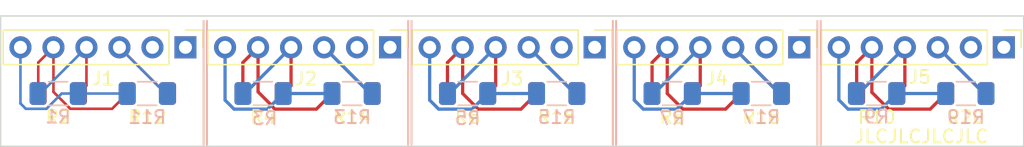
<source format=kicad_pcb>
(kicad_pcb (version 20211014) (generator pcbnew)
  (layers (0 "F.Cu" signal) (31 "B.Cu" signal) (34 "B.Paste" user) (35 "F.Paste" user) (36 "B.SilkS" user "B.Silkscreen") (37 "F.SilkS" user "F.Silkscreen") (38 "B.Mask" user) (39 "F.Mask" user) (44 "Edge.Cuts" user))
  (net 0 "")
  (net 3 "/A+")
  (net 4 "/A-")
  (net 5 "/E-")
  (net 8 "Net-(J2-Pad3)")
  (net 9 "Net-(J2-Pad4)")
  (net 10 "Net-(J2-Pad5)")
  (net 13 "Net-(J3-Pad3)")
  (net 14 "Net-(J3-Pad4)")
  (net 15 "Net-(J3-Pad5)")
  (net 18 "Net-(J4-Pad3)")
  (net 19 "Net-(J4-Pad4)")
  (net 20 "Net-(J4-Pad5)")
  (net 21 "/E+")
  (net 22 "Net-(J2-Pad6)")
  (net 23 "Net-(J3-Pad6)")
  (net 24 "Net-(J4-Pad6)")
  (net 27 "Net-(J5-Pad3)")
  (net 28 "Net-(J5-Pad4)")
  (net 29 "Net-(J5-Pad5)")
  (net 30 "Net-(J5-Pad6)")
  (footprint "Resistor_SMD:R_1206_3216Metric_Pad1.30x1.75mm_HandSolder" (layer "F.Cu") (at 125.095 92.456 180)
    (fp_text reference "R8" (at 0 -1.82) (layer "F.SilkS"))
    (fp_text value "120")
    (fp_line (start -0.727064 0.91) (end 0.727064 0.91) (layer "F.SilkS") (width 0.12))
    (fp_line (start -0.727064 -0.91) (end 0.727064 -0.91) (layer "F.SilkS") (width 0.12))
    (pad "1" smd roundrect (at -1.55 0 180) (size 1.3 1.75) (layers "F.Cu" "F.Paste" "F.Mask") (roundrect_rratio 0.1923076923) (net 19 "Net-(J4-Pad4)"))
    (pad "2" smd roundrect (at 1.55 0 180) (size 1.3 1.75) (layers "F.Cu" "F.Paste" "F.Mask") (roundrect_rratio 0.1923076923) (net 20 "Net-(J4-Pad5)"))
  )
  (footprint "My:PinHeader_1x06_P2.54mm_Vertical" (layer "F.Cu") (at 134.874 88.9 -90)
    (fp_text reference "J4" (at 2.413 6.35) (layer "F.SilkS"))
    (fp_text value "gage")
    (fp_line (start -1.33 14.03) (end 1.33 14.03) (layer "F.SilkS") (width 0.12))
    (fp_line (start -1.33 -1.33) (end 0 -1.33) (layer "F.SilkS") (width 0.12))
    (fp_line (start -1.33 1.27) (end -1.33 14.03) (layer "F.SilkS") (width 0.12))
    (fp_line (start -1.33 1.27) (end 1.33 1.27) (layer "F.SilkS") (width 0.12))
    (fp_line (start 1.33 1.27) (end 1.33 14.03) (layer "F.SilkS") (width 0.12))
    (fp_line (start -1.33 0) (end -1.33 -1.33) (layer "F.SilkS") (width 0.12))
    (pad "1" thru_hole rect (at 0 0 270) (size 1.7 1.7) (drill 1) (layers *.Cu *.Mask))
    (pad "2" thru_hole oval (at 0 2.54 270) (size 1.7 1.7) (drill 1) (layers *.Cu *.Mask))
    (pad "3" thru_hole oval (at 0 5.08 270) (size 1.7 1.7) (drill 1) (layers *.Cu *.Mask) (net 18 "Net-(J4-Pad3)"))
    (pad "4" thru_hole oval (at 0 7.62 270) (size 1.7 1.7) (drill 1) (layers *.Cu *.Mask) (net 19 "Net-(J4-Pad4)"))
    (pad "5" thru_hole oval (at 0 10.16 270) (size 1.7 1.7) (drill 1) (layers *.Cu *.Mask) (net 20 "Net-(J4-Pad5)"))
    (pad "6" thru_hole oval (at 0 12.7 270) (size 1.7 1.7) (drill 1) (layers *.Cu *.Mask) (net 24 "Net-(J4-Pad6)"))
  )
  (footprint "Resistor_SMD:R_1206_3216Metric_Pad1.30x1.75mm_HandSolder" (layer "F.Cu") (at 77.851 92.456 180)
    (fp_text reference "R2" (at 0 -1.82) (layer "F.SilkS"))
    (fp_text value "120")
    (fp_line (start -0.727064 -0.91) (end 0.727064 -0.91) (layer "F.SilkS") (width 0.12))
    (fp_line (start -0.727064 0.91) (end 0.727064 0.91) (layer "F.SilkS") (width 0.12))
    (pad "1" smd roundrect (at -1.55 0 180) (size 1.3 1.75) (layers "F.Cu" "F.Paste" "F.Mask") (roundrect_rratio 0.1923076923) (net 4 "/A-"))
    (pad "2" smd roundrect (at 1.55 0 180) (size 1.3 1.75) (layers "F.Cu" "F.Paste" "F.Mask") (roundrect_rratio 0.1923076923) (net 5 "/E-"))
  )
  (footprint "Resistor_SMD:R_1206_3216Metric_Pad1.30x1.75mm_HandSolder" (layer "F.Cu") (at 109.347 92.456 180)
    (fp_text reference "R6" (at 0 -1.82) (layer "F.SilkS"))
    (fp_text value "120")
    (fp_line (start -0.727064 -0.91) (end 0.727064 -0.91) (layer "F.SilkS") (width 0.12))
    (fp_line (start -0.727064 0.91) (end 0.727064 0.91) (layer "F.SilkS") (width 0.12))
    (pad "1" smd roundrect (at -1.55 0 180) (size 1.3 1.75) (layers "F.Cu" "F.Paste" "F.Mask") (roundrect_rratio 0.1923076923) (net 14 "Net-(J3-Pad4)"))
    (pad "2" smd roundrect (at 1.55 0 180) (size 1.3 1.75) (layers "F.Cu" "F.Paste" "F.Mask") (roundrect_rratio 0.1923076923) (net 15 "Net-(J3-Pad5)"))
  )
  (footprint "My:PinHeader_1x06_P2.54mm_Vertical" (layer "F.Cu") (at 150.622 88.9 -90)
    (fp_text reference "J5" (at 2.286 6.477) (layer "F.SilkS"))
    (fp_text value "gage")
    (fp_line (start -1.33 14.03) (end 1.33 14.03) (layer "F.SilkS") (width 0.12))
    (fp_line (start -1.33 -1.33) (end 0 -1.33) (layer "F.SilkS") (width 0.12))
    (fp_line (start 1.33 1.27) (end 1.33 14.03) (layer "F.SilkS") (width 0.12))
    (fp_line (start -1.33 1.27) (end -1.33 14.03) (layer "F.SilkS") (width 0.12))
    (fp_line (start -1.33 1.27) (end 1.33 1.27) (layer "F.SilkS") (width 0.12))
    (fp_line (start -1.33 0) (end -1.33 -1.33) (layer "F.SilkS") (width 0.12))
    (pad "1" thru_hole rect (at 0 0 270) (size 1.7 1.7) (drill 1) (layers *.Cu *.Mask))
    (pad "2" thru_hole oval (at 0 2.54 270) (size 1.7 1.7) (drill 1) (layers *.Cu *.Mask))
    (pad "3" thru_hole oval (at 0 5.08 270) (size 1.7 1.7) (drill 1) (layers *.Cu *.Mask) (net 27 "Net-(J5-Pad3)"))
    (pad "4" thru_hole oval (at 0 7.62 270) (size 1.7 1.7) (drill 1) (layers *.Cu *.Mask) (net 28 "Net-(J5-Pad4)"))
    (pad "5" thru_hole oval (at 0 10.16 270) (size 1.7 1.7) (drill 1) (layers *.Cu *.Mask) (net 29 "Net-(J5-Pad5)"))
    (pad "6" thru_hole oval (at 0 12.7 270) (size 1.7 1.7) (drill 1) (layers *.Cu *.Mask) (net 30 "Net-(J5-Pad6)"))
  )
  (footprint "Resistor_SMD:R_1206_3216Metric_Pad1.30x1.75mm_HandSolder" (layer "F.Cu") (at 93.599 92.456 180)
    (fp_text reference "R4" (at 0 -1.82) (layer "F.SilkS"))
    (fp_text value "120")
    (fp_line (start -0.727064 -0.91) (end 0.727064 -0.91) (layer "F.SilkS") (width 0.12))
    (fp_line (start -0.727064 0.91) (end 0.727064 0.91) (layer "F.SilkS") (width 0.12))
    (pad "1" smd roundrect (at -1.55 0 180) (size 1.3 1.75) (layers "F.Cu" "F.Paste" "F.Mask") (roundrect_rratio 0.1923076923) (net 9 "Net-(J2-Pad4)"))
    (pad "2" smd roundrect (at 1.55 0 180) (size 1.3 1.75) (layers "F.Cu" "F.Paste" "F.Mask") (roundrect_rratio 0.1923076923) (net 10 "Net-(J2-Pad5)"))
  )
  (footprint "Resistor_SMD:R_1206_3216Metric_Pad1.30x1.75mm_HandSolder" (layer "F.Cu") (at 100.457 92.456 180)
    (fp_text reference "R14" (at 0 -1.82) (layer "F.SilkS"))
    (fp_text value "120")
    (fp_line (start -0.727064 -0.91) (end 0.727064 -0.91) (layer "F.SilkS") (width 0.12))
    (fp_line (start -0.727064 0.91) (end 0.727064 0.91) (layer "F.SilkS") (width 0.12))
    (pad "1" smd roundrect (at -1.55 0 180) (size 1.3 1.75) (layers "F.Cu" "F.Paste" "F.Mask") (roundrect_rratio 0.1923076923) (net 8 "Net-(J2-Pad3)"))
    (pad "2" smd roundrect (at 1.55 0 180) (size 1.3 1.75) (layers "F.Cu" "F.Paste" "F.Mask") (roundrect_rratio 0.1923076923) (net 10 "Net-(J2-Pad5)"))
  )
  (footprint "My:PinHeader_1x06_P2.54mm_Vertical" (layer "F.Cu") (at 103.378 88.9 -90)
    (fp_text reference "J2" (at 2.413 6.477) (layer "F.SilkS"))
    (fp_text value "gage")
    (fp_line (start 1.33 1.27) (end 1.33 14.03) (layer "F.SilkS") (width 0.12))
    (fp_line (start -1.33 -1.33) (end 0 -1.33) (layer "F.SilkS") (width 0.12))
    (fp_line (start -1.33 1.27) (end -1.33 14.03) (layer "F.SilkS") (width 0.12))
    (fp_line (start -1.33 0) (end -1.33 -1.33) (layer "F.SilkS") (width 0.12))
    (fp_line (start -1.33 14.03) (end 1.33 14.03) (layer "F.SilkS") (width 0.12))
    (fp_line (start -1.33 1.27) (end 1.33 1.27) (layer "F.SilkS") (width 0.12))
    (pad "1" thru_hole rect (at 0 0 270) (size 1.7 1.7) (drill 1) (layers *.Cu *.Mask))
    (pad "2" thru_hole oval (at 0 2.54 270) (size 1.7 1.7) (drill 1) (layers *.Cu *.Mask))
    (pad "3" thru_hole oval (at 0 5.08 270) (size 1.7 1.7) (drill 1) (layers *.Cu *.Mask) (net 8 "Net-(J2-Pad3)"))
    (pad "4" thru_hole oval (at 0 7.62 270) (size 1.7 1.7) (drill 1) (layers *.Cu *.Mask) (net 9 "Net-(J2-Pad4)"))
    (pad "5" thru_hole oval (at 0 10.16 270) (size 1.7 1.7) (drill 1) (layers *.Cu *.Mask) (net 10 "Net-(J2-Pad5)"))
    (pad "6" thru_hole oval (at 0 12.7 270) (size 1.7 1.7) (drill 1) (layers *.Cu *.Mask) (net 22 "Net-(J2-Pad6)"))
  )
  (footprint "Resistor_SMD:R_1206_3216Metric_Pad1.30x1.75mm_HandSolder" (layer "F.Cu") (at 140.843 92.456 180)
    (fp_text reference "R10" (at 0 -1.82) (layer "F.SilkS"))
    (fp_text value "120")
    (fp_line (start -0.727064 0.91) (end 0.727064 0.91) (layer "F.SilkS") (width 0.12))
    (fp_line (start -0.727064 -0.91) (end 0.727064 -0.91) (layer "F.SilkS") (width 0.12))
    (pad "1" smd roundrect (at -1.55 0 180) (size 1.3 1.75) (layers "F.Cu" "F.Paste" "F.Mask") (roundrect_rratio 0.1923076923) (net 28 "Net-(J5-Pad4)"))
    (pad "2" smd roundrect (at 1.55 0 180) (size 1.3 1.75) (layers "F.Cu" "F.Paste" "F.Mask") (roundrect_rratio 0.1923076923) (net 29 "Net-(J5-Pad5)"))
  )
  (footprint "Resistor_SMD:R_1206_3216Metric_Pad1.30x1.75mm_HandSolder" (layer "F.Cu") (at 84.709 92.456 180)
    (fp_text reference "R12" (at 0 -1.82) (layer "F.SilkS"))
    (fp_text value "120")
    (fp_line (start -0.727064 0.91) (end 0.727064 0.91) (layer "F.SilkS") (width 0.12))
    (fp_line (start -0.727064 -0.91) (end 0.727064 -0.91) (layer "F.SilkS") (width 0.12))
    (pad "1" smd roundrect (at -1.55 0 180) (size 1.3 1.75) (layers "F.Cu" "F.Paste" "F.Mask") (roundrect_rratio 0.1923076923) (net 3 "/A+"))
    (pad "2" smd roundrect (at 1.55 0 180) (size 1.3 1.75) (layers "F.Cu" "F.Paste" "F.Mask") (roundrect_rratio 0.1923076923) (net 5 "/E-"))
  )
  (footprint "My:PinHeader_1x06_P2.54mm_Vertical" (layer "F.Cu") (at 119.126 88.9 -90)
    (fp_text reference "J3" (at 2.413 6.35) (layer "F.SilkS"))
    (fp_text value "gage")
    (fp_line (start -1.33 1.27) (end -1.33 14.03) (layer "F.SilkS") (width 0.12))
    (fp_line (start -1.33 0) (end -1.33 -1.33) (layer "F.SilkS") (width 0.12))
    (fp_line (start -1.33 1.27) (end 1.33 1.27) (layer "F.SilkS") (width 0.12))
    (fp_line (start -1.33 14.03) (end 1.33 14.03) (layer "F.SilkS") (width 0.12))
    (fp_line (start -1.33 -1.33) (end 0 -1.33) (layer "F.SilkS") (width 0.12))
    (fp_line (start 1.33 1.27) (end 1.33 14.03) (layer "F.SilkS") (width 0.12))
    (pad "1" thru_hole rect (at 0 0 270) (size 1.7 1.7) (drill 1) (layers *.Cu *.Mask))
    (pad "2" thru_hole oval (at 0 2.54 270) (size 1.7 1.7) (drill 1) (layers *.Cu *.Mask))
    (pad "3" thru_hole oval (at 0 5.08 270) (size 1.7 1.7) (drill 1) (layers *.Cu *.Mask) (net 13 "Net-(J3-Pad3)"))
    (pad "4" thru_hole oval (at 0 7.62 270) (size 1.7 1.7) (drill 1) (layers *.Cu *.Mask) (net 14 "Net-(J3-Pad4)"))
    (pad "5" thru_hole oval (at 0 10.16 270) (size 1.7 1.7) (drill 1) (layers *.Cu *.Mask) (net 15 "Net-(J3-Pad5)"))
    (pad "6" thru_hole oval (at 0 12.7 270) (size 1.7 1.7) (drill 1) (layers *.Cu *.Mask) (net 23 "Net-(J3-Pad6)"))
  )
  (footprint "Resistor_SMD:R_1206_3216Metric_Pad1.30x1.75mm_HandSolder" (layer "F.Cu") (at 147.701 92.456 180)
    (fp_text reference "R20" (at 0 -1.82) (layer "F.SilkS"))
    (fp_text value "120")
    (fp_line (start -0.727064 -0.91) (end 0.727064 -0.91) (layer "F.SilkS") (width 0.12))
    (fp_line (start -0.727064 0.91) (end 0.727064 0.91) (layer "F.SilkS") (width 0.12))
    (pad "1" smd roundrect (at -1.55 0 180) (size 1.3 1.75) (layers "F.Cu" "F.Paste" "F.Mask") (roundrect_rratio 0.1923076923) (net 27 "Net-(J5-Pad3)"))
    (pad "2" smd roundrect (at 1.55 0 180) (size 1.3 1.75) (layers "F.Cu" "F.Paste" "F.Mask") (roundrect_rratio 0.1923076923) (net 29 "Net-(J5-Pad5)"))
  )
  (footprint "My:PinHeader_1x06_P2.54mm_Vertical" (layer "F.Cu") (at 87.63 88.9 -90)
    (fp_text reference "J1" (at 2.413 6.35) (layer "F.SilkS"))
    (fp_text value "gage")
    (fp_line (start -1.33 1.27) (end -1.33 14.03) (layer "F.SilkS") (width 0.12))
    (fp_line (start -1.33 1.27) (end 1.33 1.27) (layer "F.SilkS") (width 0.12))
    (fp_line (start -1.33 -1.33) (end 0 -1.33) (layer "F.SilkS") (width 0.12))
    (fp_line (start 1.33 1.27) (end 1.33 14.03) (layer "F.SilkS") (width 0.12))
    (fp_line (start -1.33 0) (end -1.33 -1.33) (layer "F.SilkS") (width 0.12))
    (fp_line (start -1.33 14.03) (end 1.33 14.03) (layer "F.SilkS") (width 0.12))
    (pad "1" thru_hole rect (at 0 0 270) (size 1.7 1.7) (drill 1) (layers *.Cu *.Mask))
    (pad "2" thru_hole oval (at 0 2.54 270) (size 1.7 1.7) (drill 1) (layers *.Cu *.Mask))
    (pad "3" thru_hole oval (at 0 5.08 270) (size 1.7 1.7) (drill 1) (layers *.Cu *.Mask) (net 3 "/A+"))
    (pad "4" thru_hole oval (at 0 7.62 270) (size 1.7 1.7) (drill 1) (layers *.Cu *.Mask) (net 4 "/A-"))
    (pad "5" thru_hole oval (at 0 10.16 270) (size 1.7 1.7) (drill 1) (layers *.Cu *.Mask) (net 5 "/E-"))
    (pad "6" thru_hole oval (at 0 12.7 270) (size 1.7 1.7) (drill 1) (layers *.Cu *.Mask) (net 21 "/E+"))
  )
  (footprint "Resistor_SMD:R_1206_3216Metric_Pad1.30x1.75mm_HandSolder" (layer "F.Cu") (at 116.205 92.456 180)
    (fp_text reference "R16" (at 0 -1.82) (layer "F.SilkS"))
    (fp_text value "120")
    (fp_line (start -0.727064 0.91) (end 0.727064 0.91) (layer "F.SilkS") (width 0.12))
    (fp_line (start -0.727064 -0.91) (end 0.727064 -0.91) (layer "F.SilkS") (width 0.12))
    (pad "1" smd roundrect (at -1.55 0 180) (size 1.3 1.75) (layers "F.Cu" "F.Paste" "F.Mask") (roundrect_rratio 0.1923076923) (net 13 "Net-(J3-Pad3)"))
    (pad "2" smd roundrect (at 1.55 0 180) (size 1.3 1.75) (layers "F.Cu" "F.Paste" "F.Mask") (roundrect_rratio 0.1923076923) (net 15 "Net-(J3-Pad5)"))
  )
  (footprint "Resistor_SMD:R_1206_3216Metric_Pad1.30x1.75mm_HandSolder" (layer "F.Cu") (at 131.953 92.456 180)
    (fp_text reference "R18" (at 0 -1.82) (layer "F.SilkS"))
    (fp_text value "120")
    (fp_line (start -0.727064 0.91) (end 0.727064 0.91) (layer "F.SilkS") (width 0.12))
    (fp_line (start -0.727064 -0.91) (end 0.727064 -0.91) (layer "F.SilkS") (width 0.12))
    (pad "1" smd roundrect (at -1.55 0 180) (size 1.3 1.75) (layers "F.Cu" "F.Paste" "F.Mask") (roundrect_rratio 0.1923076923) (net 18 "Net-(J4-Pad3)"))
    (pad "2" smd roundrect (at 1.55 0 180) (size 1.3 1.75) (layers "F.Cu" "F.Paste" "F.Mask") (roundrect_rratio 0.1923076923) (net 20 "Net-(J4-Pad5)"))
  )
  (footprint "Resistor_SMD:R_1206_3216Metric_Pad1.30x1.75mm_HandSolder" (layer "B.Cu") (at 93.599 92.456 180)
    (fp_text reference "R3" (at -0.127 -1.905) (layer "B.SilkS") (effects (justify mirror)))
    (fp_text value "120")
    (fp_line (start -0.727064 -0.91) (end 0.727064 -0.91) (layer "B.SilkS") (width 0.12))
    (fp_line (start -0.727064 0.91) (end 0.727064 0.91) (layer "B.SilkS") (width 0.12))
    (pad "1" smd roundrect (at -1.55 0 180) (size 1.3 1.75) (layers "B.Cu" "B.Paste" "B.Mask") (roundrect_rratio 0.1923076923) (net 22 "Net-(J2-Pad6)"))
    (pad "2" smd roundrect (at 1.55 0 180) (size 1.3 1.75) (layers "B.Cu" "B.Paste" "B.Mask") (roundrect_rratio 0.1923076923) (net 9 "Net-(J2-Pad4)"))
  )
  (footprint "Resistor_SMD:R_1206_3216Metric_Pad1.30x1.75mm_HandSolder" (layer "B.Cu") (at 125.095 92.456 180)
    (fp_text reference "R7" (at 0 -1.905) (layer "B.SilkS") (effects (justify mirror)))
    (fp_text value "120")
    (fp_line (start -0.727064 -0.91) (end 0.727064 -0.91) (layer "B.SilkS") (width 0.12))
    (fp_line (start -0.727064 0.91) (end 0.727064 0.91) (layer "B.SilkS") (width 0.12))
    (pad "1" smd roundrect (at -1.55 0 180) (size 1.3 1.75) (layers "B.Cu" "B.Paste" "B.Mask") (roundrect_rratio 0.1923076923) (net 24 "Net-(J4-Pad6)"))
    (pad "2" smd roundrect (at 1.55 0 180) (size 1.3 1.75) (layers "B.Cu" "B.Paste" "B.Mask") (roundrect_rratio 0.1923076923) (net 19 "Net-(J4-Pad4)"))
  )
  (footprint "Resistor_SMD:R_1206_3216Metric_Pad1.30x1.75mm_HandSolder" (layer "B.Cu") (at 100.457 92.456)
    (fp_text reference "R13" (at 0 1.82) (layer "B.SilkS") (effects (justify mirror)))
    (fp_text value "120")
    (fp_line (start -0.727064 0.91) (end 0.727064 0.91) (layer "B.SilkS") (width 0.12))
    (fp_line (start -0.727064 -0.91) (end 0.727064 -0.91) (layer "B.SilkS") (width 0.12))
    (pad "1" smd roundrect (at -1.55 0) (size 1.3 1.75) (layers "B.Cu" "B.Paste" "B.Mask") (roundrect_rratio 0.1923076923) (net 22 "Net-(J2-Pad6)"))
    (pad "2" smd roundrect (at 1.55 0) (size 1.3 1.75) (layers "B.Cu" "B.Paste" "B.Mask") (roundrect_rratio 0.1923076923) (net 8 "Net-(J2-Pad3)"))
  )
  (footprint "Resistor_SMD:R_1206_3216Metric_Pad1.30x1.75mm_HandSolder" (layer "B.Cu") (at 147.701 92.456)
    (fp_text reference "R19" (at 0 1.82) (layer "B.SilkS") (effects (justify mirror)))
    (fp_text value "120")
    (fp_line (start -0.727064 0.91) (end 0.727064 0.91) (layer "B.SilkS") (width 0.12))
    (fp_line (start -0.727064 -0.91) (end 0.727064 -0.91) (layer "B.SilkS") (width 0.12))
    (pad "1" smd roundrect (at -1.55 0) (size 1.3 1.75) (layers "B.Cu" "B.Paste" "B.Mask") (roundrect_rratio 0.1923076923) (net 30 "Net-(J5-Pad6)"))
    (pad "2" smd roundrect (at 1.55 0) (size 1.3 1.75) (layers "B.Cu" "B.Paste" "B.Mask") (roundrect_rratio 0.1923076923) (net 27 "Net-(J5-Pad3)"))
  )
  (footprint "Resistor_SMD:R_1206_3216Metric_Pad1.30x1.75mm_HandSolder" (layer "B.Cu") (at 131.953 92.456)
    (fp_text reference "R17" (at 0 1.82) (layer "B.SilkS") (effects (justify mirror)))
    (fp_text value "120")
    (fp_line (start -0.727064 -0.91) (end 0.727064 -0.91) (layer "B.SilkS") (width 0.12))
    (fp_line (start -0.727064 0.91) (end 0.727064 0.91) (layer "B.SilkS") (width 0.12))
    (pad "1" smd roundrect (at -1.55 0) (size 1.3 1.75) (layers "B.Cu" "B.Paste" "B.Mask") (roundrect_rratio 0.1923076923) (net 24 "Net-(J4-Pad6)"))
    (pad "2" smd roundrect (at 1.55 0) (size 1.3 1.75) (layers "B.Cu" "B.Paste" "B.Mask") (roundrect_rratio 0.1923076923) (net 18 "Net-(J4-Pad3)"))
  )
  (footprint "Resistor_SMD:R_1206_3216Metric_Pad1.30x1.75mm_HandSolder" (layer "B.Cu") (at 140.817 92.456 180)
    (fp_text reference "R9" (at 0 -1.778) (layer "B.SilkS") (effects (justify mirror)))
    (fp_text value "120")
    (fp_line (start -0.727064 -0.91) (end 0.727064 -0.91) (layer "B.SilkS") (width 0.12))
    (fp_line (start -0.727064 0.91) (end 0.727064 0.91) (layer "B.SilkS") (width 0.12))
    (pad "1" smd roundrect (at -1.55 0 180) (size 1.3 1.75) (layers "B.Cu" "B.Paste" "B.Mask") (roundrect_rratio 0.1923076923) (net 30 "Net-(J5-Pad6)"))
    (pad "2" smd roundrect (at 1.55 0 180) (size 1.3 1.75) (layers "B.Cu" "B.Paste" "B.Mask") (roundrect_rratio 0.1923076923) (net 28 "Net-(J5-Pad4)"))
  )
  (footprint "Resistor_SMD:R_1206_3216Metric_Pad1.30x1.75mm_HandSolder" (layer "B.Cu") (at 116.205 92.456)
    (fp_text reference "R15" (at 0 1.82) (layer "B.SilkS") (effects (justify mirror)))
    (fp_text value "120")
    (fp_line (start -0.727064 0.91) (end 0.727064 0.91) (layer "B.SilkS") (width 0.12))
    (fp_line (start -0.727064 -0.91) (end 0.727064 -0.91) (layer "B.SilkS") (width 0.12))
    (pad "1" smd roundrect (at -1.55 0) (size 1.3 1.75) (layers "B.Cu" "B.Paste" "B.Mask") (roundrect_rratio 0.1923076923) (net 23 "Net-(J3-Pad6)"))
    (pad "2" smd roundrect (at 1.55 0) (size 1.3 1.75) (layers "B.Cu" "B.Paste" "B.Mask") (roundrect_rratio 0.1923076923) (net 13 "Net-(J3-Pad3)"))
  )
  (footprint "Resistor_SMD:R_1206_3216Metric_Pad1.30x1.75mm_HandSolder" (layer "B.Cu") (at 109.347 92.456 180)
    (fp_text reference "R5" (at 0 -1.905) (layer "B.SilkS") (effects (justify mirror)))
    (fp_text value "120")
    (fp_line (start -0.727064 0.91) (end 0.727064 0.91) (layer "B.SilkS") (width 0.12))
    (fp_line (start -0.727064 -0.91) (end 0.727064 -0.91) (layer "B.SilkS") (width 0.12))
    (pad "1" smd roundrect (at -1.55 0 180) (size 1.3 1.75) (layers "B.Cu" "B.Paste" "B.Mask") (roundrect_rratio 0.1923076923) (net 23 "Net-(J3-Pad6)"))
    (pad "2" smd roundrect (at 1.55 0 180) (size 1.3 1.75) (layers "B.Cu" "B.Paste" "B.Mask") (roundrect_rratio 0.1923076923) (net 14 "Net-(J3-Pad4)"))
  )
  (footprint "Resistor_SMD:R_1206_3216Metric_Pad1.30x1.75mm_HandSolder" (layer "B.Cu") (at 84.683 92.456)
    (fp_text reference "R11" (at 0 1.82) (layer "B.SilkS") (effects (justify mirror)))
    (fp_text value "120")
    (fp_line (start -0.727064 -0.91) (end 0.727064 -0.91) (layer "B.SilkS") (width 0.12))
    (fp_line (start -0.727064 0.91) (end 0.727064 0.91) (layer "B.SilkS") (width 0.12))
    (pad "1" smd roundrect (at -1.55 0) (size 1.3 1.75) (layers "B.Cu" "B.Paste" "B.Mask") (roundrect_rratio 0.1923076923) (net 21 "/E+"))
    (pad "2" smd roundrect (at 1.55 0) (size 1.3 1.75) (layers "B.Cu" "B.Paste" "B.Mask") (roundrect_rratio 0.1923076923) (net 3 "/A+"))
  )
  (footprint "Resistor_SMD:R_1206_3216Metric_Pad1.30x1.75mm_HandSolder" (layer "B.Cu") (at 77.825 92.456 180)
    (fp_text reference "R1" (at 0 -1.778) (layer "B.SilkS") (effects (justify mirror)))
    (fp_text value "120")
    (fp_line (start -0.727064 0.91) (end 0.727064 0.91) (layer "B.SilkS") (width 0.12))
    (fp_line (start -0.727064 -0.91) (end 0.727064 -0.91) (layer "B.SilkS") (width 0.12))
    (pad "1" smd roundrect (at -1.55 0 180) (size 1.3 1.75) (layers "B.Cu" "B.Paste" "B.Mask") (roundrect_rratio 0.1923076923) (net 21 "/E+"))
    (pad "2" smd roundrect (at 1.55 0 180) (size 1.3 1.75) (layers "B.Cu" "B.Paste" "B.Mask") (roundrect_rratio 0.1923076923) (net 4 "/A-"))
  )
  (gr_line (start 89.027 86.868) (end 89.027 96.393) (layer "B.SilkS") (width 0.15))
  (gr_line (start 120.777 86.868) (end 120.777 96.393) (layer "B.SilkS") (width 0.15))
  (gr_line (start 104.775 86.868) (end 104.775 96.393) (layer "B.SilkS") (width 0.15))
  (gr_line (start 136.525 86.868) (end 136.525 96.393) (layer "B.SilkS") (width 0.15))
  (gr_line (start 105.029 86.868) (end 105.029 96.393) (layer "B.SilkS") (width 0.15))
  (gr_line (start 89.281 86.868) (end 89.281 96.393) (layer "B.SilkS") (width 0.15))
  (gr_line (start 136.271 86.868) (end 136.271 96.393) (layer "B.SilkS") (width 0.15))
  (gr_line (start 120.523 86.868) (end 120.523 96.393) (layer "B.SilkS") (width 0.15))
  (gr_line (start 120.777 90.678) (end 120.777 96.393) (layer "F.SilkS") (width 0.15))
  (gr_line (start 104.775 90.678) (end 104.775 96.393) (layer "F.SilkS") (width 0.15))
  (gr_line (start 120.523 90.678) (end 120.523 96.393) (layer "F.SilkS") (width 0.15))
  (gr_line (start 89.281 90.678) (end 89.281 96.393) (layer "F.SilkS") (width 0.15))
  (gr_line (start 136.271 90.678) (end 136.271 96.393) (layer "F.SilkS") (width 0.15))
  (gr_line (start 105.029 90.678) (end 105.029 96.393) (layer "F.SilkS") (width 0.15))
  (gr_line (start 89.027 90.678) (end 89.027 96.393) (layer "F.SilkS") (width 0.15))
  (gr_line (start 136.525 90.678) (end 136.525 96.393) (layer "F.SilkS") (width 0.15))
  (gr_line (start 152.146 86.487) (end 73.406 86.487) (layer "Edge.Cuts") (width 0.1))
  (gr_line (start 152.146 96.52) (end 152.146 86.487) (layer "Edge.Cuts") (width 0.1))
  (gr_line (start 73.406 96.52) (end 152.146 96.52) (layer "Edge.Cuts") (width 0.1))
  (gr_line (start 73.406 86.487) (end 73.406 96.52) (layer "Edge.Cuts") (width 0.1))
  (gr_text "JLCJLCJLCJLC" (at 144.272 95.758) (layer "F.SilkS") (effects (font (size 1 1))))
  (segment (start 86.106 92.456) (end 82.55 88.9) (width 0.2) (layer "F.Cu") (net 3))
  (segment (start 86.259 92.456) (end 86.106 92.456) (width 0.2) (layer "F.Cu") (net 3))
  (segment (start 86.106 92.456) (end 82.55 88.9) (width 0.2) (layer "B.Cu") (net 3))
  (segment (start 86.233 92.456) (end 86.106 92.456) (width 0.2) (layer "B.Cu") (net 3))
  (segment (start 79.401 92.456) (end 80.01 91.847) (width 0.2) (layer "F.Cu") (net 4))
  (segment (start 80.01 91.847) (end 80.01 88.9) (width 0.2) (layer "F.Cu") (net 4))
  (segment (start 76.454 92.456) (end 80.01 88.9) (width 0.2) (layer "B.Cu") (net 4))
  (segment (start 76.275 92.456) (end 76.454 92.456) (width 0.2) (layer "B.Cu") (net 4))
  (segment (start 83.159 92.456) (end 81.984 93.631) (width 0.2) (layer "F.Cu") (net 5))
  (segment (start 81.984 93.631) (end 78.772 93.631) (width 0.2) (layer "F.Cu") (net 5))
  (segment (start 76.301 92.456) (end 76.301 90.069) (width 0.2) (layer "F.Cu") (net 5))
  (segment (start 78.772 93.631) (end 77.47 92.329) (width 0.2) (layer "F.Cu") (net 5))
  (segment (start 76.301 90.069) (end 77.47 88.9) (width 0.2) (layer "F.Cu") (net 5))
  (segment (start 77.47 92.329) (end 77.47 88.9) (width 0.2) (layer "F.Cu") (net 5))
  (segment (start 101.854 92.456) (end 102.007 92.456) (width 0.25) (layer "F.Cu") (net 8))
  (segment (start 98.298 88.9) (end 101.854 92.456) (width 0.25) (layer "F.Cu") (net 8))
  (segment (start 101.854 92.456) (end 98.298 88.9) (width 0.25) (layer "B.Cu") (net 8))
  (segment (start 102.007 92.456) (end 101.854 92.456) (width 0.25) (layer "B.Cu") (net 8))
  (segment (start 95.149 92.456) (end 95.758 91.847) (width 0.25) (layer "F.Cu") (net 9))
  (segment (start 95.758 91.847) (end 95.758 88.9) (width 0.25) (layer "F.Cu") (net 9))
  (segment (start 92.202 92.456) (end 95.758 88.9) (width 0.25) (layer "B.Cu") (net 9))
  (segment (start 92.049 92.456) (end 92.202 92.456) (width 0.25) (layer "B.Cu") (net 9))
  (segment (start 97.707 93.656) (end 94.510827 93.656) (width 0.25) (layer "F.Cu") (net 10))
  (segment (start 94.174 93.285) (end 93.218 92.329) (width 0.25) (layer "F.Cu") (net 10))
  (segment (start 94.174 93.319173) (end 94.174 93.285) (width 0.25) (layer "F.Cu") (net 10))
  (segment (start 92.049 90.069) (end 93.218 88.9) (width 0.25) (layer "F.Cu") (net 10))
  (segment (start 98.907 92.456) (end 97.707 93.656) (width 0.25) (layer "F.Cu") (net 10))
  (segment (start 92.049 92.456) (end 92.049 90.069) (width 0.25) (layer "F.Cu") (net 10))
  (segment (start 93.218 92.329) (end 93.218 88.9) (width 0.25) (layer "F.Cu") (net 10))
  (segment (start 94.510827 93.656) (end 94.174 93.319173) (width 0.25) (layer "F.Cu") (net 10))
  (segment (start 117.602 92.456) (end 114.046 88.9) (width 0.25) (layer "F.Cu") (net 13))
  (segment (start 117.755 92.456) (end 117.602 92.456) (width 0.25) (layer "F.Cu") (net 13))
  (segment (start 117.755 92.456) (end 117.602 92.456) (width 0.25) (layer "B.Cu") (net 13))
  (segment (start 117.602 92.456) (end 114.046 88.9) (width 0.25) (layer "B.Cu") (net 13))
  (segment (start 111.506 91.847) (end 111.506 88.9) (width 0.25) (layer "F.Cu") (net 14))
  (segment (start 110.897 92.456) (end 111.506 91.847) (width 0.25) (layer "F.Cu") (net 14))
  (segment (start 107.797 92.456) (end 107.95 92.456) (width 0.25) (layer "B.Cu") (net 14))
  (segment (start 107.95 92.456) (end 111.506 88.9) (width 0.25) (layer "B.Cu") (net 14))
  (segment (start 113.455 93.656) (end 110.166 93.656) (width 0.25) (layer "F.Cu") (net 15))
  (segment (start 108.966 92.456) (end 108.966 88.9) (width 0.25) (layer "F.Cu") (net 15))
  (segment (start 110.166 93.656) (end 108.966 92.456) (width 0.25) (layer "F.Cu") (net 15))
  (segment (start 114.655 92.456) (end 113.455 93.656) (width 0.25) (layer "F.Cu") (net 15))
  (segment (start 107.797 92.456) (end 107.797 90.069) (width 0.25) (layer "F.Cu") (net 15))
  (segment (start 107.797 90.069) (end 108.966 88.9) (width 0.25) (layer "F.Cu") (net 15))
  (segment (start 133.503 92.456) (end 133.35 92.456) (width 0.25) (layer "F.Cu") (net 18))
  (segment (start 133.35 92.456) (end 129.794 88.9) (width 0.25) (layer "F.Cu") (net 18))
  (segment (start 133.35 92.456) (end 129.794 88.9) (width 0.25) (layer "B.Cu") (net 18))
  (segment (start 133.503 92.456) (end 133.35 92.456) (width 0.25) (layer "B.Cu") (net 18))
  (segment (start 127.254 91.847) (end 127.254 88.9) (width 0.25) (layer "F.Cu") (net 19))
  (segment (start 126.645 92.456) (end 127.254 91.847) (width 0.25) (layer "F.Cu") (net 19))
  (segment (start 123.698 92.456) (end 127.254 88.9) (width 0.25) (layer "B.Cu") (net 19))
  (segment (start 123.545 92.456) (end 123.698 92.456) (width 0.25) (layer "B.Cu") (net 19))
  (segment (start 124.714 92.456) (end 124.714 88.9) (width 0.25) (layer "F.Cu") (net 20))
  (segment (start 125.914 93.656) (end 124.714 92.456) (width 0.25) (layer "F.Cu") (net 20))
  (segment (start 123.545 92.456) (end 123.545 90.069) (width 0.25) (layer "F.Cu") (net 20))
  (segment (start 129.203 93.656) (end 125.914 93.656) (width 0.25) (layer "F.Cu") (net 20))
  (segment (start 130.403 92.456) (end 129.203 93.656) (width 0.25) (layer "F.Cu") (net 20))
  (segment (start 123.545 90.069) (end 124.714 88.9) (width 0.25) (layer "F.Cu") (net 20))
  (segment (start 74.93 93.218) (end 74.93 88.9) (width 0.2) (layer "B.Cu") (net 21))
  (segment (start 78.105 92.456) (end 76.93 93.631) (width 0.2) (layer "B.Cu") (net 21))
  (segment (start 76.93 93.631) (end 75.343 93.631) (width 0.2) (layer "B.Cu") (net 21))
  (segment (start 83.133 92.456) (end 79.375 92.456) (width 0.2) (layer "B.Cu") (net 21))
  (segment (start 75.343 93.631) (end 74.93 93.218) (width 0.2) (layer "B.Cu") (net 21))
  (segment (start 79.375 92.456) (end 78.105 92.456) (width 0.2) (layer "B.Cu") (net 21))
  (segment (start 93.949 93.656) (end 91.37 93.656) (width 0.25) (layer "B.Cu") (net 22))
  (segment (start 90.678 92.964) (end 90.678 88.9) (width 0.25) (layer "B.Cu") (net 22))
  (segment (start 98.907 92.456) (end 95.149 92.456) (width 0.25) (layer "B.Cu") (net 22))
  (segment (start 95.149 92.456) (end 93.949 93.656) (width 0.25) (layer "B.Cu") (net 22))
  (segment (start 91.37 93.656) (end 90.678 92.964) (width 0.25) (layer "B.Cu") (net 22))
  (segment (start 107.118 93.656) (end 106.426 92.964) (width 0.25) (layer "B.Cu") (net 23))
  (segment (start 110.897 92.456) (end 109.697 93.656) (width 0.25) (layer "B.Cu") (net 23))
  (segment (start 114.655 92.456) (end 110.897 92.456) (width 0.25) (layer "B.Cu") (net 23))
  (segment (start 109.697 93.656) (end 107.118 93.656) (width 0.25) (layer "B.Cu") (net 23))
  (segment (start 106.426 92.964) (end 106.426 88.9) (width 0.25) (layer "B.Cu") (net 23))
  (segment (start 125.445 93.656) (end 122.866 93.656) (width 0.25) (layer "B.Cu") (net 24))
  (segment (start 122.866 93.656) (end 122.174 92.964) (width 0.25) (layer "B.Cu") (net 24))
  (segment (start 130.403 92.456) (end 126.645 92.456) (width 0.25) (layer "B.Cu") (net 24))
  (segment (start 126.645 92.456) (end 125.445 93.656) (width 0.25) (layer "B.Cu") (net 24))
  (segment (start 122.174 92.964) (end 122.174 88.9) (width 0.25) (layer "B.Cu") (net 24))
  (segment (start 149.098 92.456) (end 145.542 88.9) (width 0.25) (layer "F.Cu") (net 27))
  (segment (start 149.251 92.456) (end 149.098 92.456) (width 0.25) (layer "F.Cu") (net 27))
  (segment (start 149.251 92.456) (end 149.098 92.456) (width 0.25) (layer "B.Cu") (net 27))
  (segment (start 149.098 92.456) (end 145.542 88.9) (width 0.25) (layer "B.Cu") (net 27))
  (segment (start 143.002 91.847) (end 143.002 88.9) (width 0.25) (layer "F.Cu") (net 28))
  (segment (start 142.393 92.456) (end 143.002 91.847) (width 0.25) (layer "F.Cu") (net 28))
  (segment (start 139.267 92.456) (end 139.446 92.456) (width 0.25) (layer "B.Cu") (net 28))
  (segment (start 139.446 92.456) (end 143.002 88.9) (width 0.25) (layer "B.Cu") (net 28))
  (segment (start 144.951 93.656) (end 141.754827 93.656) (width 0.25) (layer "F.Cu") (net 29))
  (segment (start 146.151 92.456) (end 144.951 93.656) (width 0.25) (layer "F.Cu") (net 29))
  (segment (start 139.293 92.456) (end 139.293 90.069) (width 0.25) (layer "F.Cu") (net 29))
  (segment (start 139.293 90.069) (end 140.462 88.9) (width 0.25) (layer "F.Cu") (net 29))
  (segment (start 140.462 92.363173) (end 140.462 88.9) (width 0.25) (layer "F.Cu") (net 29))
  (segment (start 141.754827 93.656) (end 140.462 92.363173) (width 0.25) (layer "F.Cu") (net 29))
  (segment (start 138.628827 93.656) (end 137.922 92.949173) (width 0.25) (layer "B.Cu") (net 30))
  (segment (start 137.922 92.949173) (end 137.922 88.9) (width 0.25) (layer "B.Cu") (net 30))
  (segment (start 146.151 92.456) (end 142.367 92.456) (width 0.25) (layer "B.Cu") (net 30))
  (segment (start 142.367 92.456) (end 141.167 93.656) (width 0.25) (layer "B.Cu") (net 30))
  (segment (start 141.167 93.656) (end 138.628827 93.656) (width 0.25) (layer "B.Cu") (net 30))
)
</source>
